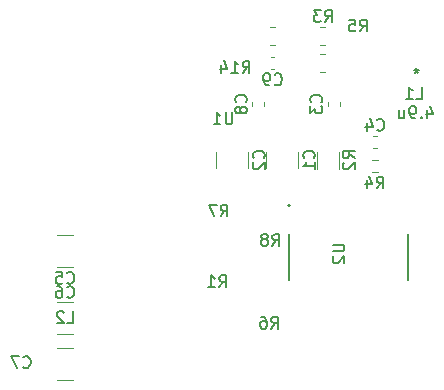
<source format=gbr>
%TF.GenerationSoftware,KiCad,Pcbnew,6.0.8-f2edbf62ab~116~ubuntu22.04.1*%
%TF.CreationDate,2022-11-23T04:07:14-05:00*%
%TF.ProjectId,Pi_HAT_V3,50695f48-4154-45f5-9633-2e6b69636164,rev?*%
%TF.SameCoordinates,Original*%
%TF.FileFunction,Legend,Bot*%
%TF.FilePolarity,Positive*%
%FSLAX46Y46*%
G04 Gerber Fmt 4.6, Leading zero omitted, Abs format (unit mm)*
G04 Created by KiCad (PCBNEW 6.0.8-f2edbf62ab~116~ubuntu22.04.1) date 2022-11-23 04:07:14*
%MOMM*%
%LPD*%
G01*
G04 APERTURE LIST*
%ADD10C,0.150000*%
%ADD11C,0.120000*%
%ADD12C,0.127000*%
%ADD13C,0.200000*%
G04 APERTURE END LIST*
D10*
%TO.C,L2*%
X113666666Y-99302380D02*
X114142857Y-99302380D01*
X114142857Y-98302380D01*
X113380952Y-98397619D02*
X113333333Y-98350000D01*
X113238095Y-98302380D01*
X113000000Y-98302380D01*
X112904761Y-98350000D01*
X112857142Y-98397619D01*
X112809523Y-98492857D01*
X112809523Y-98588095D01*
X112857142Y-98730952D01*
X113428571Y-99302380D01*
X112809523Y-99302380D01*
%TO.C,C7*%
X109966666Y-103007142D02*
X110014285Y-103054761D01*
X110157142Y-103102380D01*
X110252380Y-103102380D01*
X110395238Y-103054761D01*
X110490476Y-102959523D01*
X110538095Y-102864285D01*
X110585714Y-102673809D01*
X110585714Y-102530952D01*
X110538095Y-102340476D01*
X110490476Y-102245238D01*
X110395238Y-102150000D01*
X110252380Y-102102380D01*
X110157142Y-102102380D01*
X110014285Y-102150000D01*
X109966666Y-102197619D01*
X109633333Y-102102380D02*
X108966666Y-102102380D01*
X109395238Y-103102380D01*
%TO.C,C9*%
X131241666Y-79062142D02*
X131289285Y-79109761D01*
X131432142Y-79157380D01*
X131527380Y-79157380D01*
X131670238Y-79109761D01*
X131765476Y-79014523D01*
X131813095Y-78919285D01*
X131860714Y-78728809D01*
X131860714Y-78585952D01*
X131813095Y-78395476D01*
X131765476Y-78300238D01*
X131670238Y-78205000D01*
X131527380Y-78157380D01*
X131432142Y-78157380D01*
X131289285Y-78205000D01*
X131241666Y-78252619D01*
X130765476Y-79157380D02*
X130575000Y-79157380D01*
X130479761Y-79109761D01*
X130432142Y-79062142D01*
X130336904Y-78919285D01*
X130289285Y-78728809D01*
X130289285Y-78347857D01*
X130336904Y-78252619D01*
X130384523Y-78205000D01*
X130479761Y-78157380D01*
X130670238Y-78157380D01*
X130765476Y-78205000D01*
X130813095Y-78252619D01*
X130860714Y-78347857D01*
X130860714Y-78585952D01*
X130813095Y-78681190D01*
X130765476Y-78728809D01*
X130670238Y-78776428D01*
X130479761Y-78776428D01*
X130384523Y-78728809D01*
X130336904Y-78681190D01*
X130289285Y-78585952D01*
%TO.C,C3*%
X135177142Y-80583333D02*
X135224761Y-80535714D01*
X135272380Y-80392857D01*
X135272380Y-80297619D01*
X135224761Y-80154761D01*
X135129523Y-80059523D01*
X135034285Y-80011904D01*
X134843809Y-79964285D01*
X134700952Y-79964285D01*
X134510476Y-80011904D01*
X134415238Y-80059523D01*
X134320000Y-80154761D01*
X134272380Y-80297619D01*
X134272380Y-80392857D01*
X134320000Y-80535714D01*
X134367619Y-80583333D01*
X134272380Y-80916666D02*
X134272380Y-81535714D01*
X134653333Y-81202380D01*
X134653333Y-81345238D01*
X134700952Y-81440476D01*
X134748571Y-81488095D01*
X134843809Y-81535714D01*
X135081904Y-81535714D01*
X135177142Y-81488095D01*
X135224761Y-81440476D01*
X135272380Y-81345238D01*
X135272380Y-81059523D01*
X135224761Y-80964285D01*
X135177142Y-80916666D01*
%TO.C,C6*%
X113666666Y-97057142D02*
X113714285Y-97104761D01*
X113857142Y-97152380D01*
X113952380Y-97152380D01*
X114095238Y-97104761D01*
X114190476Y-97009523D01*
X114238095Y-96914285D01*
X114285714Y-96723809D01*
X114285714Y-96580952D01*
X114238095Y-96390476D01*
X114190476Y-96295238D01*
X114095238Y-96200000D01*
X113952380Y-96152380D01*
X113857142Y-96152380D01*
X113714285Y-96200000D01*
X113666666Y-96247619D01*
X112809523Y-96152380D02*
X113000000Y-96152380D01*
X113095238Y-96200000D01*
X113142857Y-96247619D01*
X113238095Y-96390476D01*
X113285714Y-96580952D01*
X113285714Y-96961904D01*
X113238095Y-97057142D01*
X113190476Y-97104761D01*
X113095238Y-97152380D01*
X112904761Y-97152380D01*
X112809523Y-97104761D01*
X112761904Y-97057142D01*
X112714285Y-96961904D01*
X112714285Y-96723809D01*
X112761904Y-96628571D01*
X112809523Y-96580952D01*
X112904761Y-96533333D01*
X113095238Y-96533333D01*
X113190476Y-96580952D01*
X113238095Y-96628571D01*
X113285714Y-96723809D01*
%TO.C,C1*%
X134557142Y-85308333D02*
X134604761Y-85260714D01*
X134652380Y-85117857D01*
X134652380Y-85022619D01*
X134604761Y-84879761D01*
X134509523Y-84784523D01*
X134414285Y-84736904D01*
X134223809Y-84689285D01*
X134080952Y-84689285D01*
X133890476Y-84736904D01*
X133795238Y-84784523D01*
X133700000Y-84879761D01*
X133652380Y-85022619D01*
X133652380Y-85117857D01*
X133700000Y-85260714D01*
X133747619Y-85308333D01*
X134652380Y-86260714D02*
X134652380Y-85689285D01*
X134652380Y-85975000D02*
X133652380Y-85975000D01*
X133795238Y-85879761D01*
X133890476Y-85784523D01*
X133938095Y-85689285D01*
%TO.C,C2*%
X130307142Y-85308333D02*
X130354761Y-85260714D01*
X130402380Y-85117857D01*
X130402380Y-85022619D01*
X130354761Y-84879761D01*
X130259523Y-84784523D01*
X130164285Y-84736904D01*
X129973809Y-84689285D01*
X129830952Y-84689285D01*
X129640476Y-84736904D01*
X129545238Y-84784523D01*
X129450000Y-84879761D01*
X129402380Y-85022619D01*
X129402380Y-85117857D01*
X129450000Y-85260714D01*
X129497619Y-85308333D01*
X129497619Y-85689285D02*
X129450000Y-85736904D01*
X129402380Y-85832142D01*
X129402380Y-86070238D01*
X129450000Y-86165476D01*
X129497619Y-86213095D01*
X129592857Y-86260714D01*
X129688095Y-86260714D01*
X129830952Y-86213095D01*
X130402380Y-85641666D01*
X130402380Y-86260714D01*
%TO.C,R2*%
X138022380Y-85333333D02*
X137546190Y-85000000D01*
X138022380Y-84761904D02*
X137022380Y-84761904D01*
X137022380Y-85142857D01*
X137070000Y-85238095D01*
X137117619Y-85285714D01*
X137212857Y-85333333D01*
X137355714Y-85333333D01*
X137450952Y-85285714D01*
X137498571Y-85238095D01*
X137546190Y-85142857D01*
X137546190Y-84761904D01*
X137117619Y-85714285D02*
X137070000Y-85761904D01*
X137022380Y-85857142D01*
X137022380Y-86095238D01*
X137070000Y-86190476D01*
X137117619Y-86238095D01*
X137212857Y-86285714D01*
X137308095Y-86285714D01*
X137450952Y-86238095D01*
X138022380Y-85666666D01*
X138022380Y-86285714D01*
%TO.C,C4*%
X139916666Y-82902142D02*
X139964285Y-82949761D01*
X140107142Y-82997380D01*
X140202380Y-82997380D01*
X140345238Y-82949761D01*
X140440476Y-82854523D01*
X140488095Y-82759285D01*
X140535714Y-82568809D01*
X140535714Y-82425952D01*
X140488095Y-82235476D01*
X140440476Y-82140238D01*
X140345238Y-82045000D01*
X140202380Y-81997380D01*
X140107142Y-81997380D01*
X139964285Y-82045000D01*
X139916666Y-82092619D01*
X139059523Y-82330714D02*
X139059523Y-82997380D01*
X139297619Y-81949761D02*
X139535714Y-82664047D01*
X138916666Y-82664047D01*
%TO.C,R6*%
X130966666Y-99752380D02*
X131300000Y-99276190D01*
X131538095Y-99752380D02*
X131538095Y-98752380D01*
X131157142Y-98752380D01*
X131061904Y-98800000D01*
X131014285Y-98847619D01*
X130966666Y-98942857D01*
X130966666Y-99085714D01*
X131014285Y-99180952D01*
X131061904Y-99228571D01*
X131157142Y-99276190D01*
X131538095Y-99276190D01*
X130109523Y-98752380D02*
X130300000Y-98752380D01*
X130395238Y-98800000D01*
X130442857Y-98847619D01*
X130538095Y-98990476D01*
X130585714Y-99180952D01*
X130585714Y-99561904D01*
X130538095Y-99657142D01*
X130490476Y-99704761D01*
X130395238Y-99752380D01*
X130204761Y-99752380D01*
X130109523Y-99704761D01*
X130061904Y-99657142D01*
X130014285Y-99561904D01*
X130014285Y-99323809D01*
X130061904Y-99228571D01*
X130109523Y-99180952D01*
X130204761Y-99133333D01*
X130395238Y-99133333D01*
X130490476Y-99180952D01*
X130538095Y-99228571D01*
X130585714Y-99323809D01*
%TO.C,R5*%
X138466666Y-74602380D02*
X138800000Y-74126190D01*
X139038095Y-74602380D02*
X139038095Y-73602380D01*
X138657142Y-73602380D01*
X138561904Y-73650000D01*
X138514285Y-73697619D01*
X138466666Y-73792857D01*
X138466666Y-73935714D01*
X138514285Y-74030952D01*
X138561904Y-74078571D01*
X138657142Y-74126190D01*
X139038095Y-74126190D01*
X137561904Y-73602380D02*
X138038095Y-73602380D01*
X138085714Y-74078571D01*
X138038095Y-74030952D01*
X137942857Y-73983333D01*
X137704761Y-73983333D01*
X137609523Y-74030952D01*
X137561904Y-74078571D01*
X137514285Y-74173809D01*
X137514285Y-74411904D01*
X137561904Y-74507142D01*
X137609523Y-74554761D01*
X137704761Y-74602380D01*
X137942857Y-74602380D01*
X138038095Y-74554761D01*
X138085714Y-74507142D01*
%TO.C,L1*%
X143216666Y-80302380D02*
X143692857Y-80302380D01*
X143692857Y-79302380D01*
X142359523Y-80302380D02*
X142930952Y-80302380D01*
X142645238Y-80302380D02*
X142645238Y-79302380D01*
X142740476Y-79445238D01*
X142835714Y-79540476D01*
X142930952Y-79588095D01*
X144176190Y-81285714D02*
X144176190Y-81952380D01*
X144414285Y-80904761D02*
X144652380Y-81619047D01*
X144033333Y-81619047D01*
X143652380Y-81857142D02*
X143604761Y-81904761D01*
X143652380Y-81952380D01*
X143700000Y-81904761D01*
X143652380Y-81857142D01*
X143652380Y-81952380D01*
X143128571Y-81952380D02*
X142938095Y-81952380D01*
X142842857Y-81904761D01*
X142795238Y-81857142D01*
X142700000Y-81714285D01*
X142652380Y-81523809D01*
X142652380Y-81142857D01*
X142700000Y-81047619D01*
X142747619Y-81000000D01*
X142842857Y-80952380D01*
X143033333Y-80952380D01*
X143128571Y-81000000D01*
X143176190Y-81047619D01*
X143223809Y-81142857D01*
X143223809Y-81380952D01*
X143176190Y-81476190D01*
X143128571Y-81523809D01*
X143033333Y-81571428D01*
X142842857Y-81571428D01*
X142747619Y-81523809D01*
X142700000Y-81476190D01*
X142652380Y-81380952D01*
X141795238Y-81285714D02*
X141795238Y-81952380D01*
X142223809Y-81285714D02*
X142223809Y-81809523D01*
X142176190Y-81904761D01*
X142080952Y-81952380D01*
X141938095Y-81952380D01*
X141842857Y-81904761D01*
X141795238Y-81857142D01*
X143250000Y-77702380D02*
X143250000Y-77940476D01*
X143488095Y-77845238D02*
X143250000Y-77940476D01*
X143011904Y-77845238D01*
X143392857Y-78130952D02*
X143250000Y-77940476D01*
X143107142Y-78130952D01*
%TO.C,R14*%
X128542857Y-78102380D02*
X128876190Y-77626190D01*
X129114285Y-78102380D02*
X129114285Y-77102380D01*
X128733333Y-77102380D01*
X128638095Y-77150000D01*
X128590476Y-77197619D01*
X128542857Y-77292857D01*
X128542857Y-77435714D01*
X128590476Y-77530952D01*
X128638095Y-77578571D01*
X128733333Y-77626190D01*
X129114285Y-77626190D01*
X127590476Y-78102380D02*
X128161904Y-78102380D01*
X127876190Y-78102380D02*
X127876190Y-77102380D01*
X127971428Y-77245238D01*
X128066666Y-77340476D01*
X128161904Y-77388095D01*
X126733333Y-77435714D02*
X126733333Y-78102380D01*
X126971428Y-77054761D02*
X127209523Y-77769047D01*
X126590476Y-77769047D01*
%TO.C,U1*%
X127661904Y-81452380D02*
X127661904Y-82261904D01*
X127614285Y-82357142D01*
X127566666Y-82404761D01*
X127471428Y-82452380D01*
X127280952Y-82452380D01*
X127185714Y-82404761D01*
X127138095Y-82357142D01*
X127090476Y-82261904D01*
X127090476Y-81452380D01*
X126090476Y-82452380D02*
X126661904Y-82452380D01*
X126376190Y-82452380D02*
X126376190Y-81452380D01*
X126471428Y-81595238D01*
X126566666Y-81690476D01*
X126661904Y-81738095D01*
%TO.C,R8*%
X131066666Y-92752380D02*
X131400000Y-92276190D01*
X131638095Y-92752380D02*
X131638095Y-91752380D01*
X131257142Y-91752380D01*
X131161904Y-91800000D01*
X131114285Y-91847619D01*
X131066666Y-91942857D01*
X131066666Y-92085714D01*
X131114285Y-92180952D01*
X131161904Y-92228571D01*
X131257142Y-92276190D01*
X131638095Y-92276190D01*
X130495238Y-92180952D02*
X130590476Y-92133333D01*
X130638095Y-92085714D01*
X130685714Y-91990476D01*
X130685714Y-91942857D01*
X130638095Y-91847619D01*
X130590476Y-91800000D01*
X130495238Y-91752380D01*
X130304761Y-91752380D01*
X130209523Y-91800000D01*
X130161904Y-91847619D01*
X130114285Y-91942857D01*
X130114285Y-91990476D01*
X130161904Y-92085714D01*
X130209523Y-92133333D01*
X130304761Y-92180952D01*
X130495238Y-92180952D01*
X130590476Y-92228571D01*
X130638095Y-92276190D01*
X130685714Y-92371428D01*
X130685714Y-92561904D01*
X130638095Y-92657142D01*
X130590476Y-92704761D01*
X130495238Y-92752380D01*
X130304761Y-92752380D01*
X130209523Y-92704761D01*
X130161904Y-92657142D01*
X130114285Y-92561904D01*
X130114285Y-92371428D01*
X130161904Y-92276190D01*
X130209523Y-92228571D01*
X130304761Y-92180952D01*
%TO.C,C8*%
X128802142Y-80583333D02*
X128849761Y-80535714D01*
X128897380Y-80392857D01*
X128897380Y-80297619D01*
X128849761Y-80154761D01*
X128754523Y-80059523D01*
X128659285Y-80011904D01*
X128468809Y-79964285D01*
X128325952Y-79964285D01*
X128135476Y-80011904D01*
X128040238Y-80059523D01*
X127945000Y-80154761D01*
X127897380Y-80297619D01*
X127897380Y-80392857D01*
X127945000Y-80535714D01*
X127992619Y-80583333D01*
X128325952Y-81154761D02*
X128278333Y-81059523D01*
X128230714Y-81011904D01*
X128135476Y-80964285D01*
X128087857Y-80964285D01*
X127992619Y-81011904D01*
X127945000Y-81059523D01*
X127897380Y-81154761D01*
X127897380Y-81345238D01*
X127945000Y-81440476D01*
X127992619Y-81488095D01*
X128087857Y-81535714D01*
X128135476Y-81535714D01*
X128230714Y-81488095D01*
X128278333Y-81440476D01*
X128325952Y-81345238D01*
X128325952Y-81154761D01*
X128373571Y-81059523D01*
X128421190Y-81011904D01*
X128516428Y-80964285D01*
X128706904Y-80964285D01*
X128802142Y-81011904D01*
X128849761Y-81059523D01*
X128897380Y-81154761D01*
X128897380Y-81345238D01*
X128849761Y-81440476D01*
X128802142Y-81488095D01*
X128706904Y-81535714D01*
X128516428Y-81535714D01*
X128421190Y-81488095D01*
X128373571Y-81440476D01*
X128325952Y-81345238D01*
%TO.C,R7*%
X126666666Y-90252380D02*
X127000000Y-89776190D01*
X127238095Y-90252380D02*
X127238095Y-89252380D01*
X126857142Y-89252380D01*
X126761904Y-89300000D01*
X126714285Y-89347619D01*
X126666666Y-89442857D01*
X126666666Y-89585714D01*
X126714285Y-89680952D01*
X126761904Y-89728571D01*
X126857142Y-89776190D01*
X127238095Y-89776190D01*
X126333333Y-89252380D02*
X125666666Y-89252380D01*
X126095238Y-90252380D01*
%TO.C,R4*%
X139891666Y-87882380D02*
X140225000Y-87406190D01*
X140463095Y-87882380D02*
X140463095Y-86882380D01*
X140082142Y-86882380D01*
X139986904Y-86930000D01*
X139939285Y-86977619D01*
X139891666Y-87072857D01*
X139891666Y-87215714D01*
X139939285Y-87310952D01*
X139986904Y-87358571D01*
X140082142Y-87406190D01*
X140463095Y-87406190D01*
X139034523Y-87215714D02*
X139034523Y-87882380D01*
X139272619Y-86834761D02*
X139510714Y-87549047D01*
X138891666Y-87549047D01*
%TO.C,R1*%
X126566666Y-96252380D02*
X126900000Y-95776190D01*
X127138095Y-96252380D02*
X127138095Y-95252380D01*
X126757142Y-95252380D01*
X126661904Y-95300000D01*
X126614285Y-95347619D01*
X126566666Y-95442857D01*
X126566666Y-95585714D01*
X126614285Y-95680952D01*
X126661904Y-95728571D01*
X126757142Y-95776190D01*
X127138095Y-95776190D01*
X125614285Y-96252380D02*
X126185714Y-96252380D01*
X125900000Y-96252380D02*
X125900000Y-95252380D01*
X125995238Y-95395238D01*
X126090476Y-95490476D01*
X126185714Y-95538095D01*
%TO.C,U2*%
X136152380Y-92638095D02*
X136961904Y-92638095D01*
X137057142Y-92685714D01*
X137104761Y-92733333D01*
X137152380Y-92828571D01*
X137152380Y-93019047D01*
X137104761Y-93114285D01*
X137057142Y-93161904D01*
X136961904Y-93209523D01*
X136152380Y-93209523D01*
X136247619Y-93638095D02*
X136200000Y-93685714D01*
X136152380Y-93780952D01*
X136152380Y-94019047D01*
X136200000Y-94114285D01*
X136247619Y-94161904D01*
X136342857Y-94209523D01*
X136438095Y-94209523D01*
X136580952Y-94161904D01*
X137152380Y-93590476D01*
X137152380Y-94209523D01*
%TO.C,C5*%
X113666666Y-95857142D02*
X113714285Y-95904761D01*
X113857142Y-95952380D01*
X113952380Y-95952380D01*
X114095238Y-95904761D01*
X114190476Y-95809523D01*
X114238095Y-95714285D01*
X114285714Y-95523809D01*
X114285714Y-95380952D01*
X114238095Y-95190476D01*
X114190476Y-95095238D01*
X114095238Y-95000000D01*
X113952380Y-94952380D01*
X113857142Y-94952380D01*
X113714285Y-95000000D01*
X113666666Y-95047619D01*
X112761904Y-94952380D02*
X113238095Y-94952380D01*
X113285714Y-95428571D01*
X113238095Y-95380952D01*
X113142857Y-95333333D01*
X112904761Y-95333333D01*
X112809523Y-95380952D01*
X112761904Y-95428571D01*
X112714285Y-95523809D01*
X112714285Y-95761904D01*
X112761904Y-95857142D01*
X112809523Y-95904761D01*
X112904761Y-95952380D01*
X113142857Y-95952380D01*
X113238095Y-95904761D01*
X113285714Y-95857142D01*
%TO.C,R3*%
X135491666Y-73802380D02*
X135825000Y-73326190D01*
X136063095Y-73802380D02*
X136063095Y-72802380D01*
X135682142Y-72802380D01*
X135586904Y-72850000D01*
X135539285Y-72897619D01*
X135491666Y-72992857D01*
X135491666Y-73135714D01*
X135539285Y-73230952D01*
X135586904Y-73278571D01*
X135682142Y-73326190D01*
X136063095Y-73326190D01*
X135158333Y-72802380D02*
X134539285Y-72802380D01*
X134872619Y-73183333D01*
X134729761Y-73183333D01*
X134634523Y-73230952D01*
X134586904Y-73278571D01*
X134539285Y-73373809D01*
X134539285Y-73611904D01*
X134586904Y-73707142D01*
X134634523Y-73754761D01*
X134729761Y-73802380D01*
X135015476Y-73802380D01*
X135110714Y-73754761D01*
X135158333Y-73707142D01*
D11*
%TO.C,C7*%
X114211252Y-104110000D02*
X112788748Y-104110000D01*
X114211252Y-101390000D02*
X112788748Y-101390000D01*
%TO.C,C9*%
X130928733Y-77785000D02*
X131221267Y-77785000D01*
X130928733Y-76765000D02*
X131221267Y-76765000D01*
%TO.C,C3*%
X136760000Y-80603733D02*
X136760000Y-80896267D01*
X135740000Y-80603733D02*
X135740000Y-80896267D01*
%TO.C,C6*%
X114211252Y-100210000D02*
X112788748Y-100210000D01*
X114211252Y-97490000D02*
X112788748Y-97490000D01*
%TO.C,C1*%
X130540000Y-86186252D02*
X130540000Y-84763748D01*
X133260000Y-86186252D02*
X133260000Y-84763748D01*
%TO.C,C2*%
X126290000Y-86186252D02*
X126290000Y-84763748D01*
X129010000Y-86186252D02*
X129010000Y-84763748D01*
%TO.C,R2*%
X136660000Y-86227064D02*
X136660000Y-84772936D01*
X134840000Y-86227064D02*
X134840000Y-84772936D01*
%TO.C,C4*%
X139896267Y-84485000D02*
X139603733Y-84485000D01*
X139896267Y-83465000D02*
X139603733Y-83465000D01*
%TO.C,R5*%
X135527064Y-76540000D02*
X135072936Y-76540000D01*
X135527064Y-78010000D02*
X135072936Y-78010000D01*
%TO.C,R14*%
X130822936Y-74265000D02*
X131277064Y-74265000D01*
X130822936Y-75735000D02*
X131277064Y-75735000D01*
%TO.C,C8*%
X129365000Y-80603733D02*
X129365000Y-80896267D01*
X130385000Y-80603733D02*
X130385000Y-80896267D01*
%TO.C,R4*%
X139470276Y-85477500D02*
X139979724Y-85477500D01*
X139470276Y-86522500D02*
X139979724Y-86522500D01*
D12*
%TO.C,U2*%
X142575000Y-91737500D02*
X142575000Y-95637500D01*
X132445000Y-91737500D02*
X132445000Y-95637500D01*
D13*
X132565000Y-89332500D02*
G75*
G03*
X132565000Y-89332500I-100000J0D01*
G01*
D11*
%TO.C,C5*%
X112788748Y-91840000D02*
X114211252Y-91840000D01*
X112788748Y-94560000D02*
X114211252Y-94560000D01*
%TO.C,R3*%
X135552064Y-74265000D02*
X135097936Y-74265000D01*
X135552064Y-75735000D02*
X135097936Y-75735000D01*
%TD*%
M02*

</source>
